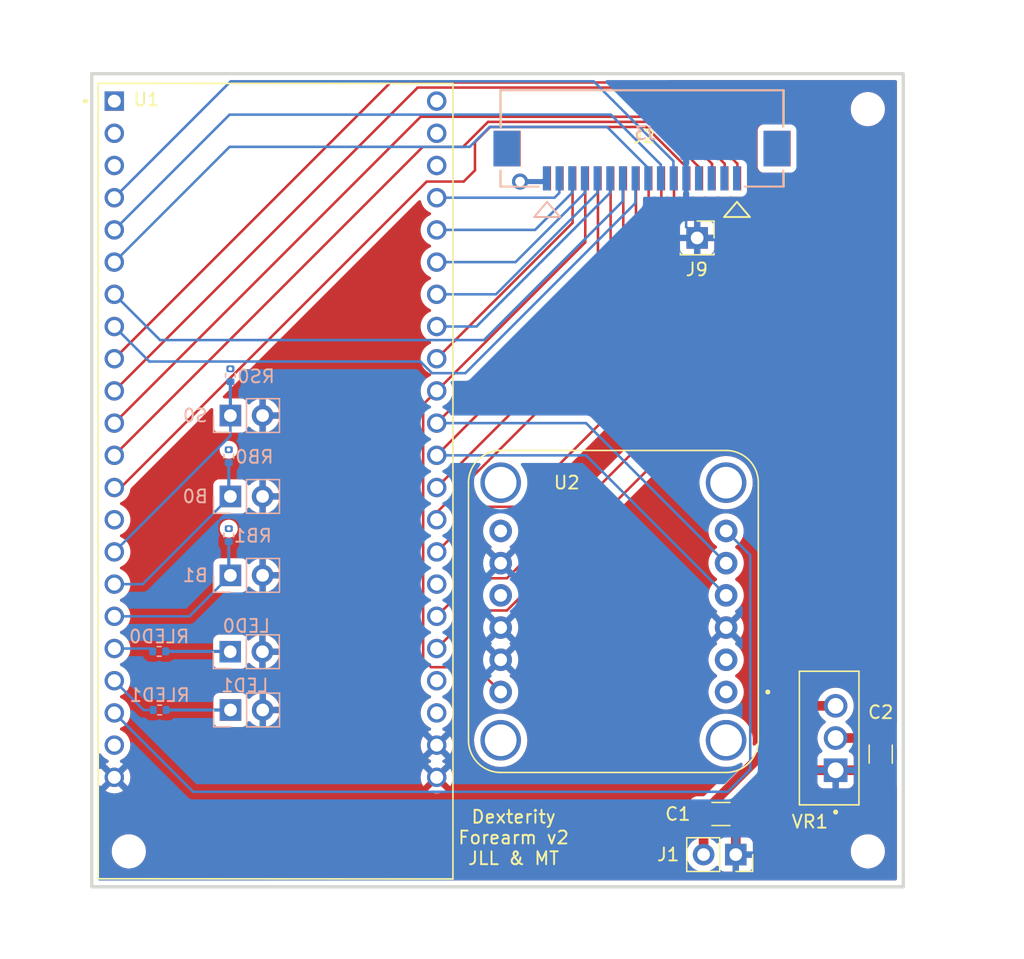
<source format=kicad_pcb>
(kicad_pcb (version 20240108) (generator "pcbnew") (generator_version "8.0")
  (layers (0 "F.Cu" signal) (1 "In1.Cu" power "3V3") (2 "In2.Cu" power "GND") (31 "B.Cu" signal) (34 "B.Paste" user) (35 "F.Paste" user) (36 "B.SilkS" user "B.Silkscreen") (37 "F.SilkS" user "F.Silkscreen") (38 "B.Mask" user) (39 "F.Mask" user) (44 "Edge.Cuts" user))
  (net 0 "")
  (net 1 "GND")
  (net 2 "8V4")
  (net 3 "3V3")
  (net 4 "FEEDBACK_D4")
  (net 5 "HAPTIC_SCL")
  (net 6 "IMU_SCL")
  (net 7 "HAPTIC_S2")
  (net 8 "FEEDBACK_D0")
  (net 9 "IMU_SDA")
  (net 10 "HAPTIC_S0")
  (net 11 "FEEDBACK_D1")
  (net 12 "FEEDBACK_D2")
  (net 13 "HAPTIC_SDA")
  (net 14 "HAPTIC_S1")
  (net 15 "FEEDBACK_D3")
  (net 16 "HALL_S1")
  (net 17 "HALL_S0")
  (net 18 "SPOOLPOT_ADC3")
  (net 19 "HALL_ADC")
  (net 20 "SPOOLPOT_ADC4")
  (net 21 "HALL_S3")
  (net 22 "SPOOLPOT_ADC1")
  (net 23 "HALL_S2")
  (net 24 "SPOOLPOT_ADC2")
  (net 25 "SPOOLPOT_ADC0")
  (net 26 "LED_0")
  (net 27 "SWITCH_0")
  (net 29 "IMU_1_INT")
  (net 30 "LED_1")
  (net 34 "BUTTON_1")
  (net 39 "BUTTON_0")
  (net 46 "Net-(LED0-Pin_1)")
  (net 47 "Net-(LED1-Pin_1)")
  (net 49 "IMU_RST")
  (net 51 "IMU_0_INT")
  (footprint "Capacitor_SMD:C_1206_3216Metric" (layer "F.Cu") (at 61.729601 76.1608)
    (property "Reference" "C1" (at -3.400001 0 0) (layer "F.SilkS") (effects (font (size 1.016 1.016) (thickness 0.1524))))
    (property "Value" "10u")
    (fp_line (start -0.711252 -0.91) (end 0.711252 -0.91) (stroke (width 0.12)) (layer "F.SilkS"))
    (fp_line (start -0.711252 0.91) (end 0.711252 0.91) (stroke (width 0.12)) (layer "F.SilkS"))
    (pad "1" smd roundrect (at -1.475 0) (size 1.15 1.8) (layers "F.Cu" "F.Paste" "F.Mask") (roundrect_rratio 0.217391) (net 2 "8V4"))
    (pad "2" smd roundrect (at 1.475 0) (size 1.15 1.8) (layers "F.Cu" "F.Paste" "F.Mask") (roundrect_rratio 0.217391) (net 1 "GND"))
  )
  (footprint "Connector_PinSocket_2.54mm:PinSocket_1x01_P2.54mm_Vertical" (layer "F.Cu") (at 59.8536 30.7198)
    (property "Reference" "J9" (at -0.0254 2.4892 0) (layer "F.SilkS") (effects (font (size 1.016 1.016) (thickness 0.1524))))
    (property "Value" "Conn_01x01")
    (fp_line (start -1.33 1.21) (end -1.33 1.33) (stroke (width 0.12)) (layer "F.SilkS"))
    (fp_line (start -1.33 1.33) (end 1.33 1.33) (stroke (width 0.12)) (layer "F.SilkS"))
    (fp_line (start 0 -1.33) (end 1.33 -1.33) (stroke (width 0.12)) (layer "F.SilkS"))
    (fp_line (start 1.33 -1.33) (end 1.33 0) (stroke (width 0.12)) (layer "F.SilkS"))
    (fp_line (start 1.33 1.21) (end 1.33 1.33) (stroke (width 0.12)) (layer "F.SilkS"))
    (pad "1" thru_hole rect (at 0 0) (size 1.7 1.7) (drill 1) (layers "*.Cu" "*.Mask") (net 1 "GND"))
  )
  (footprint "ESP32-S3-DEVKITC-1-N8R2:XCVR_ESP32-S3-DEVKITC-1-N8R2" (layer "F.Cu") (at 25.3096 49.8968)
    (property "Reference" "U1" (at -8.89 -30.099 0) (layer "F.SilkS") (effects (font (size 1.016 1.016) (thickness 0.1524))))
    (property "Value" "ESP32-S3-DEVKITC-1-N8R2")
    (fp_line (start -12.7 -31.37) (end 15.280746 -31.354598) (stroke (width 0.127)) (layer "F.SilkS"))
    (fp_line (start -12.7 31.37) (end -12.7 -31.37) (stroke (width 0.127)) (layer "F.SilkS"))
    (fp_line (start 15.280746 -31.354598) (end 15.280746 31.385402) (stroke (width 0.127)) (layer "F.SilkS"))
    (fp_line (start 15.280746 31.385402) (end -12.7 31.37) (stroke (width 0.127)) (layer "F.SilkS"))
    (fp_circle (center -13.716 -29.972) (end -13.616 -29.972) (stroke (width 0.2)) (fill none) (layer "F.SilkS"))
    (pad "J1_1" thru_hole rect (at -11.43 -29.97) (size 1.53 1.53) (drill 1.02) (layers "*.Cu" "*.Mask") (net 3 "3V3"))
    (pad "J1_2" thru_hole circle (at -11.43 -27.43) (size 1.53 1.53) (drill 1.02) (layers "*.Cu" "*.Mask") (net 3 "3V3"))
    (pad "J1_3" thru_hole circle (at -11.43 -24.89) (size 1.53 1.53) (drill 1.02) (layers "*.Cu" "*.Mask"))
    (pad "J1_4" thru_hole circle (at -11.43 -22.35) (size 1.53 1.53) (drill 1.02) (layers "*.Cu" "*.Mask") (net 20 "SPOOLPOT_ADC4"))
    (pad "J1_5" thru_hole circle (at -11.43 -19.81) (size 1.53 1.53) (drill 1.02) (layers "*.Cu" "*.Mask") (net 18 "SPOOLPOT_ADC3"))
    (pad "J1_6" thru_hole circle (at -11.43 -17.27) (size 1.53 1.53) (drill 1.02) (layers "*.Cu" "*.Mask") (net 24 "SPOOLPOT_ADC2"))
    (pad "J1_7" thru_hole circle (at -11.43 -14.73) (size 1.53 1.53) (drill 1.02) (layers "*.Cu" "*.Mask") (net 25 "SPOOLPOT_ADC0"))
    (pad "J1_8" thru_hole circle (at -11.43 -12.19) (size 1.53 1.53) (drill 1.02) (layers "*.Cu" "*.Mask") (net 22 "SPOOLPOT_ADC1"))
    (pad "J1_9" thru_hole circle (at -11.43 -9.65) (size 1.53 1.53) (drill 1.02) (layers "*.Cu" "*.Mask") (net 4 "FEEDBACK_D4"))
    (pad "J1_10" thru_hole circle (at -11.43 -7.11) (size 1.53 1.53) (drill 1.02) (layers "*.Cu" "*.Mask") (net 15 "FEEDBACK_D3"))
    (pad "J1_11" thru_hole circle (at -11.43 -4.57) (size 1.53 1.53) (drill 1.02) (layers "*.Cu" "*.Mask") (net 12 "FEEDBACK_D2"))
    (pad "J1_12" thru_hole circle (at -11.43 -2.03) (size 1.53 1.53) (drill 1.02) (layers "*.Cu" "*.Mask") (net 11 "FEEDBACK_D1"))
    (pad "J1_13" thru_hole circle (at -11.43 0.51) (size 1.53 1.53) (drill 1.02) (layers "*.Cu" "*.Mask") (net 8 "FEEDBACK_D0"))
    (pad "J1_14" thru_hole circle (at -11.43 3.05) (size 1.53 1.53) (drill 1.02) (layers "*.Cu" "*.Mask"))
    (pad "J1_15" thru_hole circle (at -11.43 5.59) (size 1.53 1.53) (drill 1.02) (layers "*.Cu" "*.Mask") (net 27 "SWITCH_0"))
    (pad "J1_16" thru_hole circle (at -11.43 8.13) (size 1.53 1.53) (drill 1.02) (layers "*.Cu" "*.Mask") (net 39 "BUTTON_0"))
    (pad "J1_17" thru_hole circle (at -11.43 10.67) (size 1.53 1.53) (drill 1.02) (layers "*.Cu" "*.Mask") (net 34 "BUTTON_1"))
    (pad "J1_18" thru_hole circle (at -11.43 13.21) (size 1.53 1.53) (drill 1.02) (layers "*.Cu" "*.Mask") (net 26 "LED_0"))
    (pad "J1_19" thru_hole circle (at -11.43 15.75) (size 1.53 1.53) (drill 1.02) (layers "*.Cu" "*.Mask") (net 30 "LED_1"))
    (pad "J1_20" thru_hole circle (at -11.43 18.29) (size 1.53 1.53) (drill 1.02) (layers "*.Cu" "*.Mask") (net 51 "IMU_0_INT"))
    (pad "J1_21" thru_hole circle (at -11.43 20.83) (size 1.53 1.53) (drill 1.02) (layers "*.Cu" "*.Mask"))
    (pad "J1_22" thru_hole circle (at -11.43 23.37) (size 1.53 1.53) (drill 1.02) (layers "*.Cu" "*.Mask") (net 1 "GND"))
    (pad "J3_1" thru_hole circle (at 14 -29.97) (size 1.53 1.53) (drill 1.02) (layers "*.Cu" "*.Mask") (net 1 "GND"))
    (pad "J3_2" thru_hole circle (at 14 -27.43) (size 1.53 1.53) (drill 1.02) (layers "*.Cu" "*.Mask"))
    (pad "J3_3" thru_hole circle (at 14 -24.89) (size 1.53 1.53) (drill 1.02) (layers "*.Cu" "*.Mask"))
    (pad "J3_4" thru_hole circle (at 14 -22.35) (size 1.53 1.53) (drill 1.02) (layers "*.Cu" "*.Mask") (net 19 "HALL_ADC"))
    (pad "J3_5" thru_hole circle (at 14 -19.81) (size 1.53 1.53) (drill 1.02) (layers "*.Cu" "*.Mask") (net 17 "HALL_S0"))
    (pad "J3_6" thru_hole circle (at 14 -17.27) (size 1.53 1.53) (drill 1.02) (layers "*.Cu" "*.Mask") (net 16 "HALL_S1"))
    (pad "J3_7" thru_hole circle (at 14 -14.73) (size 1.53 1.53) (drill 1.02) (layers "*.Cu" "*.Mask") (net 23 "HALL_S2"))
    (pad "J3_8" thru_hole circle (at 14 -12.19) (size 1.53 1.53) (drill 1.02) (layers "*.Cu" "*.Mask") (net 21 "HALL_S3"))
    (pad "J3_9" thru_hole circle (at 14 -9.65) (size 1.53 1.53) (drill 1.02) (layers "*.Cu" "*.Mask") (net 29 "IMU_1_INT"))
    (pad "J3_10" thru_hole circle (at 14 -7.11) (size 1.53 1.53) (drill 1.02) (layers "*.Cu" "*.Mask") (net 49 "IMU_RST"))
    (pad "J3_11" thru_hole circle (at 14 -4.57) (size 1.53 1.53) (drill 1.02) (layers "*.Cu" "*.Mask") (net 9 "IMU_SDA"))
    (pad "J3_12" thru_hole circle (at 14 -2.03) (size 1.53 1.53) (drill 1.02) (layers "*.Cu" "*.Mask") (net 6 "IMU_SCL"))
    (pad "J3_13" thru_hole circle (at 14 0.51) (size 1.53 1.53) (drill 1.02) (layers "*.Cu" "*.Mask") (net 5 "HAPTIC_SCL"))
    (pad "J3_14" thru_hole circle (at 14 3.05) (size 1.53 1.53) (drill 1.02) (layers "*.Cu" "*.Mask") (net 13 "HAPTIC_SDA"))
    (pad "J3_15" thru_hole circle (at 14 5.59) (size 1.53 1.53) (drill 1.02) (layers "*.Cu" "*.Mask") (net 7 "HAPTIC_S2"))
    (pad "J3_16" thru_hole circle (at 14 8.13) (size 1.53 1.53) (drill 1.02) (layers "*.Cu" "*.Mask"))
    (pad "J3_17" thru_hole circle (at 14 10.67) (size 1.53 1.53) (drill 1.02) (layers "*.Cu" "*.Mask") (net 14 "HAPTIC_S1"))
    (pad "J3_18" thru_hole circle (at 14 13.21) (size 1.53 1.53) (drill 1.02) (layers "*.Cu" "*.Mask") (net 10 "HAPTIC_S0"))
    (pad "J3_19" thru_hole circle (at 14 15.75) (size 1.53 1.53) (drill 1.02) (layers "*.Cu" "*.Mask"))
    (pad "J3_20" thru_hole circle (at 14 18.29) (size 1.53 1.53) (drill 1.02) (layers "*.Cu" "*.Mask"))
    (pad "J3_21" thru_hole circle (at 14 20.83) (size 1.53 1.53) (drill 1.02) (layers "*.Cu" "*.Mask") (net 1 "GND"))
    (pad "J3_22" thru_hole circle (at 14 23.37) (size 1.53 1.53) (drill 1.02) (layers "*.Cu" "*.Mask") (net 1 "GND"))
  )
  (footprint "LM1117T-3.3:LM1117T-3.3_NOPB" (layer "F.Cu") (at 70.7756 70.1678 90)
    (property "Reference" "VR1" (at -6.604 -2.032 0) (layer "F.SilkS") (effects (font (size 1.016 1.016) (thickness 0.1524))))
    (property "Value" "LM1117T-3.3_NOPB")
    (fp_line (start 5.27 -2.86) (end -5.27 -2.86) (stroke (width 0.127)) (layer "F.SilkS"))
    (fp_line (start -5.27 -2.86) (end -5.27 1.84) (stroke (width 0.127)) (layer "F.SilkS"))
    (fp_line (start 5.27 1.84) (end 5.27 -2.86) (stroke (width 0.127)) (layer "F.SilkS"))
    (fp_line (start -5.27 1.84) (end 5.27 1.84) (stroke (width 0.127)) (layer "F.SilkS"))
    (fp_circle (center -5.84 0) (end -5.74 0) (stroke (width 0.2)) (fill none) (layer "F.SilkS"))
    (pad "1" thru_hole rect (at -2.54 0 90) (size 1.86 1.86) (drill 1.24) (layers "*.Cu" "*.Mask") (net 1 "GND"))
    (pad "2" thru_hole circle (at 0 0 90) (size 1.86 1.86) (drill 1.24) (layers "*.Cu" "*.Mask") (net 3 "3V3"))
    (pad "3" thru_hole circle (at 2.54 0 90) (size 1.86 1.86) (drill 1.24) (layers "*.Cu" "*.Mask") (net 2 "8V4"))
  )
  (footprint "MountingHole:MountingHole_2.2mm_M2" (layer "F.Cu") (at 73.3156 79.1068)
    (property "Reference" "REF**" (hide yes))
    (property "Value" "MountingHole_2.2mm_M2")
    (pad "" np_thru_hole circle (at 0 0) (size 2.2 2.2) (drill 2.2) (layers "*.Cu" "*.Mask"))
  )
  (footprint "Connector_PinSocket_2.54mm:PinSocket_1x02_P2.54mm_Vertical" (layer "F.Cu") (at 62.9016 79.3608 -90)
    (property "Reference" "J1" (at 0 5.334 0) (layer "F.SilkS") (effects (font (size 1.016 1.016) (thickness 0.1524))))
    (property "Value" "Conn_01x02")
    (fp_line (start -1.33 3.87) (end 1.33 3.87) (stroke (width 0.12)) (layer "F.SilkS"))
    (fp_line (start -1.33 1.27) (end -1.33 3.87) (stroke (width 0.12)) (layer "F.SilkS"))
    (fp_line (start -1.33 1.27) (end 1.33 1.27) (stroke (width 0.12)) (layer "F.SilkS"))
    (fp_line (start 1.33 1.27) (end 1.33 3.87) (stroke (width 0.12)) (layer "F.SilkS"))
    (fp_line (start 0 -1.33) (end 1.33 -1.33) (stroke (width 0.12)) (layer "F.SilkS"))
    (fp_line (start 1.33 -1.33) (end 1.33 0) (stroke (width 0.12)) (layer "F.SilkS"))
    (pad "1" thru_hole rect (at 0 0 270) (size 1.7 1.7) (drill 1) (layers "*.Cu" "*.Mask") (net 1 "GND"))
    (pad "2" thru_hole oval (at 0 2.54 270) (size 1.7 1.7) (drill 1) (layers "*.Cu" "*.Mask") (net 2 "8V4"))
  )
  (footprint "BNO085:MODULE_4754" (layer "F.Cu") (at 53.24644 60.1838 90)
    (property "Reference" "U2" (at 10.16 -3.67984 0) (layer "F.SilkS") (effects (font (size 1.016 1.016) (thickness 0.1524))))
    (property "Value" "4754")
    (fp_line (start 10.16 -11.43) (end -10.16 -11.43) (stroke (width 0.127)) (layer "F.SilkS"))
    (fp_line (start -12.7 -8.89) (end -12.7 8.89) (stroke (width 0.127)) (layer "F.SilkS"))
    (fp_line (start 12.7 8.89) (end 12.7 -8.89) (stroke (width 0.127)) (layer "F.SilkS"))
    (fp_line (start -10.16 11.43) (end 10.16 11.43) (stroke (width 0.127)) (layer "F.SilkS"))
    (fp_arc (start 10.16 -11.43) (mid 11.956051 -10.686051) (end 12.7 -8.89) (stroke (width 0.127)) (layer "F.SilkS"))
    (fp_arc (start -12.7 -8.89) (mid -11.956051 -10.686051) (end -10.16 -11.43) (stroke (width 0.127)) (layer "F.SilkS"))
    (fp_arc (start 12.7 8.89) (mid 11.956051 10.686051) (end 10.16 11.43) (stroke (width 0.127)) (layer "F.SilkS"))
    (fp_arc (start -10.16 11.43) (mid -11.956051 10.686051) (end -12.7 8.89) (stroke (width 0.127)) (layer "F.SilkS"))
    (fp_circle (center -6.35 12.18) (end -6.25 12.18) (stroke (width 0.2)) (fill none) (layer "F.SilkS"))
    (pad "JP1_1" thru_hole circle (at -6.35 8.89 90) (size 1.778 1.778) (drill 1) (layers "*.Cu" "*.Mask") (net 3 "3V3"))
    (pad "JP1_2" thru_hole circle (at -3.81 8.89 90) (size 1.778 1.778) (drill 1) (layers "*.Cu" "*.Mask"))
    (pad "JP1_3" thru_hole circle (at -1.27 8.89 90) (size 1.778 1.778) (drill 1) (layers "*.Cu" "*.Mask") (net 1 "GND"))
    (pad "JP1_4" thru_hole circle (at 1.27 8.89 90) (size 1.778 1.778) (drill 1) (layers "*.Cu" "*.Mask") (net 6 "IMU_SCL"))
    (pad "JP1_5" thru_hole circle (at 3.81 8.89 90) (size 1.778 1.778) (drill 1) (layers "*.Cu" "*.Mask") (net 9 "IMU_SDA"))
    (pad "JP1_6" thru_hole circle (at 6.35 8.89 90) (size 1.778 1.778) (drill 1) (layers "*.Cu" "*.Mask") (net 51 "IMU_0_INT"))
    (pad "JP2_1" thru_hole circle (at -6.35 -8.89 90) (size 1.778 1.778) (drill 1) (layers "*.Cu" "*.Mask") (net 49 "IMU_RST"))
    (pad "JP2_2" thru_hole circle (at -3.81 -8.89 90) (size 1.778 1.778) (drill 1) (layers "*.Cu" "*.Mask") (net 1 "GND"))
    (pad "JP2_3" thru_hole circle (at -1.27 -8.89 90) (size 1.778 1.778) (drill 1) (layers "*.Cu" "*.Mask") (net 1 "GND"))
    (pad "JP2_4" thru_hole circle (at 1.27 -8.89 90) (size 1.778 1.778) (drill 1) (layers "*.Cu" "*.Mask"))
    (pad "JP2_5" thru_hole circle (at 3.81 -8.89 90) (size 1.778 1.778) (drill 1) (layers "*.Cu" "*.Mask") (net 1 "GND"))
    (pad "JP2_6" thru_hole circle (at 6.35 -8.89 90) (size 1.778 1.778) (drill 1) (layers "*.Cu" "*.Mask"))
    (pad "P1" thru_hole circle (at -10.16 -8.89 90) (size 3.2 3.2) (drill 2.5) (layers "*.Cu" "*.Mask"))
    (pad "P2" thru_hole circle (at 10.16 -8.89 90) (size 3.2 3.2) (drill 2.5) (layers "*.Cu" "*.Mask"))
    (pad "P3" thru_hole circle (at -10.16 8.89 90) (size 3.2 3.2) (drill 2.5) (layers "*.Cu" "*.Mask"))
    (pad "P4" thru_hole circle (at 10.16 8.89 90) (size 3.2 3.2) (drill 2.5) (layers "*.Cu" "*.Mask"))
  )
  (footprint "Capacitor_SMD:C_1206_3216Metric" (layer "F.Cu") (at 74.3316 71.4378 -90)
    (property "Reference" "C2" (at -3.302 0 0) (layer "F.SilkS") (effects (font (size 1.016 1.016) (thickness 0.1524))))
    (property "Value" "10u")
    (fp_line (start -0.711252 0.91) (end 0.711252 0.91) (stroke (width 0.12)) (layer "F.SilkS"))
    (fp_line (start -0.711252 -0.91) (end 0.711252 -0.91) (stroke (width 0.12)) (layer "F.SilkS"))
    (pad "1" smd roundrect (at -1.475 0 270) (size 1.15 1.8) (layers "F.Cu" "F.Paste" "F.Mask") (roundrect_rratio 0.217391) (net 3 "3V3"))
    (pad "2" smd roundrect (at 1.475 0 270) (size 1.15 1.8) (layers "F.Cu" "F.Paste" "F.Mask") (roundrect_rratio 0.217391) (net 1 "GND"))
  )
  (footprint "MountingHole:MountingHole_2.2mm_M2" (layer "F.Cu") (at 73.3156 20.5598)
    (property "Reference" "REF**" (hide yes))
    (property "Value" "MountingHole_2.2mm_M2")
    (pad "" np_thru_hole circle (at 0 0) (size 2.2 2.2) (drill 2.2) (layers "*.Cu" "*.Mask"))
  )
  (footprint "MountingHole:MountingHole_2.2mm_M2" (layer "F.Cu") (at 15.0226 79.1068)
    (property "Reference" "REF**" (hide yes))
    (property "Value" "MountingHole_2.2mm_M2")
    (pad "" np_thru_hole circle (at 0 0) (size 2.2 2.2) (drill 2.2) (layers "*.Cu" "*.Mask"))
  )
  (footprint "522071633:CON_522071633_MOL" (layer "F.Cu") (at 55.527614 22.870801 180)
    (property "Reference" "J2" (at -0.134986 0.152001 0) (layer "F.SilkS") (effects (font (size 1.016 1.016) (thickness 0.1524))))
    (property "Value" "Conn_01x16_Top")
    (fp_line (start 11.149978 3.8) (end 11.149978 0.917501) (stroke (width 0.1524)) (layer "F.SilkS"))
    (fp_line (start 11.149978 -2.517498) (end 11.149978 -3.8) (stroke (width 0.1524)) (layer "F.SilkS"))
    (fp_line (start 11.149978 -3.8) (end 8.117516 -3.8) (stroke (width 0.1524)) (layer "F.SilkS"))
    (fp_line (start -6.450978 -6.197999) (end -7.466978 -5.004199) (stroke (width 0.1524)) (layer "F.SilkS"))
    (fp_line (start -8.117485 -3.8) (end -11.149978 -3.8) (stroke (width 0.1524)) (layer "F.SilkS"))
    (fp_line (start -8.482978 -6.197999) (end -6.450978 -6.197999) (stroke (width 0.1524)) (layer "F.SilkS"))
    (fp_line (start -8.482978 -6.197999) (end -7.466978 -5.004199) (stroke (width 0.1524)) (layer "F.SilkS"))
    (fp_line (start -11.149978 3.8) (end 11.149978 3.8) (stroke (width 0.1524)) (layer "F.SilkS"))
    (fp_line (start -11.149978 0.917501) (end -11.149978 3.8) (stroke (width 0.1524)) (layer "F.SilkS"))
    (fp_line (start -11.149978 -3.8) (end -11.149978 -2.517498) (stroke (width 0.1524)) (layer "F.SilkS"))
    (pad "1" smd rect (at -7.499985 -3.149999 180) (size 0.6 1.9) (layers "F.Cu" "F.Paste" "F.Mask") (net 4 "FEEDBACK_D4"))
    (pad "2" smd rect (at -6.499984 -3.149999 180) (size 0.6 1.9) (layers "F.Cu" "F.Paste" "F.Mask") (net 15 "FEEDBACK_D3"))
    (pad "3" smd rect (at -5.499984 -3.149999 180) (size 0.6 1.9) (layers "F.Cu" "F.Paste" "F.Mask") (net 12 "FEEDBACK_D2"))
    (pad "4" smd rect (at -4.499986 -3.149999 180) (size 0.6 1.9) (layers "F.Cu" "F.Paste" "F.Mask") (net 11 "FEEDBACK_D1"))
    (pad "5" smd rect (at -3.499985 -3.149999 180) (size 0.6 1.9) (layers "F.Cu" "F.Paste" "F.Mask") (net 8 "FEEDBACK_D0"))
    (pad "6" smd rect (at -2.499985 -3.149999 180) (size 0.6 1.9) (layers "F.Cu" "F.Paste" "F.Mask") (net 10 "HAPTIC_S0"))
    (pad "7" smd rect (at -1.499984 -3.149999 180) (size 0.6 1.9) (layers "F.Cu" "F.Paste" "F.Mask") (net 14 "HAPTIC_S1"))
    (pad "8" smd rect (at -0.499984 -3.149999 180) (size 0.6 1.9) (layers "F.Cu" "F.Paste" "F.Mask") (net 7 "HAPTIC_S2"))
    (pad "9" smd rect (at 0.500014 -3.149999 180) (size 0.6 1.9) (layers "F.Cu" "F.Paste" "F.Mask") (net 13 "HAPTIC_SDA"))
    (pad "10" smd rect (at 1.500015 -3.149999 180) (size 0.6 1.9) (layers "F.Cu" "F.Paste" "F.Mask") (net 5 "HAPTIC_SCL"))
    (pad "11" smd rect (at 2.500015 -3.149999 180) (size 0.6 1.9) (layers "F.Cu" "F.Paste" "F.Mask") (net 6 "IMU_SCL"))
    (pad "12" smd rect (at 3.500016 -3.149999 180) (size 0.6 1.9) (layers "F.Cu" "F.Paste" "F.Mask") (net 9 "IMU_SDA"))
    (pad "13" smd rect (at 4.500016 -3.149999 180) (size 0.6 1.9) (layers "F.Cu" "F.Paste" "F.Mask") (net 49 "IMU_RST"))
    (pad "14" smd rect (at 5.500014 -3.149999 180) (size 0.6 1.9) (layers "F.Cu" "F.Paste" "F.Mask") (net 29 "IMU_1_INT"))
    (pad "15" smd rect (at 6.500015 -3.149999 180) (size 0.6 1.9) (layers "F.Cu" "F.Paste" "F.Mask"))
    (pad "16" smd rect (at 7.500015 -3.149999 180) (size 0.6 1.9) (layers "F.Cu" "F.Paste" "F.Mask"))
    (pad "P1" smd rect (at -10.649985 -0.799998 180) (size 2.1 2.799999) (layers "F.Cu" "F.Paste" "F.Mask"))
    (pad "P2" smd rect (at 10.649985 -0.799998 180) (size 2.1 2.799999) (layers "F.Cu" "F.Paste" "F.Mask"))
  )
  (footprint "Resistor_SMD:R_0402_1005Metric" (layer "B.Cu") (at 23.035398 41.552721 90)
    (property "Reference" "RS0" (at -0.089079 2.020202 0) (layer "B.SilkS") (effects (font (size 1.016 1.016) (thickness 0.1524)) (justify mirror)))
    (property "Value" "R")
    (fp_line (start 0.153641 -0.38) (end -0.153641 -0.38) (stroke (width 0.12)) (layer "B.SilkS"))
    (fp_line (start 0.153641 0.38) (end -0.153641 0.38) (stroke (width 0.12)) (layer "B.SilkS"))
    (pad "1" smd roundrect (at -0.51 0 90) (size 0.54 0.64) (layers "B.Cu" "B.Paste" "B.Mask") (net 27 "SWITCH_0"))
    (pad "2" smd roundrect (at 0.51 0 90) (size 0.54 0.64) (layers "B.Cu" "B.Paste" "B.Mask") (net 3 "3V3"))
  )
  (footprint "Connector_PinSocket_2.54mm:PinSocket_1x02_P2.54mm_Vertical" (layer "B.Cu") (at 23.035398 51.11065 -90)
    (property "Reference" "B0" (at 0 2.77 0) (layer "B.SilkS") (effects (font (size 1.016 1.016) (thickness 0.1524)) (justify mirror)))
    (property "Value" "Conn_01x02")
    (fp_line (start 1.33 1.33) (end 0 1.33) (stroke (width 0.12)) (layer "B.SilkS"))
    (fp_line (start 1.33 0) (end 1.33 1.33) (stroke (width 0.12)) (layer "B.SilkS"))
    (fp_line (start 1.33 -1.27) (end -1.33 -1.27) (stroke (width 0.12)) (layer "B.SilkS"))
    (fp_line (start -1.33 -3.87) (end -1.33 -1.27) (stroke (width 0.12)) (layer "B.SilkS"))
    (fp_line (start 1.33 -3.87) (end 1.33 -1.27) (stroke (width 0.12)) (layer "B.SilkS"))
    (fp_line (start 1.33 -3.87) (end -1.33 -3.87) (stroke (width 0.12)) (layer "B.SilkS"))
    (pad "1" thru_hole rect (at 0 0 270) (size 1.7 1.7) (drill 1) (layers "*.Cu" "*.Mask") (net 39 "BUTTON_0"))
    (pad "2" thru_hole oval (at 0 -2.54 270) (size 1.7 1.7) (drill 1) (layers "*.Cu" "*.Mask") (net 1 "GND"))
  )
  (footprint "Resistor_SMD:R_0402_1005Metric" (layer "B.Cu") (at 17.4176 63.3338 180)
    (property "Reference" "RLED0" (at 0 1.17 0) (layer "B.SilkS") (effects (font (size 1.016 1.016) (thickness 0.1524)) (justify mirror)))
    (property "Value" "R")
    (fp_line (start 0.153641 0.38) (end -0.153641 0.38) (stroke (width 0.12)) (layer "B.SilkS"))
    (fp_line (start 0.153641 -0.38) (end -0.153641 -0.38) (stroke (width 0.12)) (layer "B.SilkS"))
    (pad "1" smd roundrect (at -0.51 0 180) (size 0.54 0.64) (layers "B.Cu" "B.Paste" "B.Mask") (net 46 "Net-(LED0-Pin_1)"))
    (pad "2" smd roundrect (at 0.51 0 180) (size 0.54 0.64) (layers "B.Cu" "B.Paste" "B.Mask") (net 26 "LED_0"))
  )
  (footprint "Connector_PinSocket_2.54mm:PinSocket_1x02_P2.54mm_Vertical" (layer "B.Cu") (at 23.0436 67.9558 -90)
    (property "Reference" "LED1" (at -1.93 -1.123 0) (layer "B.SilkS") (effects (font (size 1.016 1.016) (thickness 0.1524)) (justify mirror)))
    (property "Value" "Conn_01x02")
    (fp_line (start 1.33 1.33) (end 0 1.33) (stroke (width 0.12)) (layer "B.SilkS"))
    (fp_line (start 1.33 0) (end 1.33 1.33) (stroke (width 0.12)) (layer "B.SilkS"))
    (fp_line (start 1.33 -1.27) (end -1.33 -1.27) (stroke (width 0.12)) (layer "B.SilkS"))
    (fp_line (start -1.33 -3.87) (end -1.33 -1.27) (stroke (width 0.12)) (layer "B.SilkS"))
    (fp_line (start 1.33 -3.87) (end 1.33 -1.27) (stroke (width 0.12)) (layer "B.SilkS"))
    (fp_line (start 1.33 -3.87) (end -1.33 -3.87) (stroke (width 0.12)) (layer "B.SilkS"))
    (pad "1" thru_hole rect (at 0 0 270) (size 1.7 1.7) (drill 1) (layers "*.Cu" "*.Mask") (net 47 "Net-(LED1-Pin_1)"))
    (pad "2" thru_hole oval (at 0 -2.54 270) (size 1.7 1.7) (drill 1) (layers "*.Cu" "*.Mask") (net 1 "GND"))
  )
  (footprint "522071633:CON_522071633_MOL" (layer "B.Cu") (at 55.481584 22.870801)
    (property "Reference" "J3" (at 0.293985 -0.406001 0) (layer "B.SilkS") (effects (font (size 1.016 1.016) (thickness 0.1524)) (justify mirror)))
    (property "Value" "Conn_01x16_Bottom")
    (fp_line (start -11.149978 -3.8) (end -11.149978 -0.917501) (stroke (width 0.1524)) (layer "B.SilkS"))
    (fp_line (start -11.149978 2.517498) (end -11.149978 3.8) (stroke (width 0.1524)) (layer "B.SilkS"))
    (fp_line (start -11.149978 3.8) (end -8.117485 3.8) (stroke (width 0.1524)) (layer "B.SilkS"))
    (fp_line (start -7.466978 5.004199) (end -8.482978 6.197999) (stroke (width 0.1524)) (layer "B.SilkS"))
    (fp_line (start -7.466978 5.004199) (end -6.450978 6.197999) (stroke (width 0.1524)) (layer "B.SilkS"))
    (fp_line (start -6.450978 6.197999) (end -8.482978 6.197999) (stroke (width 0.1524)) (layer "B.SilkS"))
    (fp_line (start 8.117516 3.8) (end 11.149978 3.8) (stroke (width 0.1524)) (layer "B.SilkS"))
    (fp_line (start 11.149978 -3.8) (end -11.149978 -3.8) (stroke (width 0.1524)) (layer "B.SilkS"))
    (fp_line (start 11.149978 -0.917501) (end 11.149978 -3.8) (stroke (width 0.1524)) (layer "B.SilkS"))
    (fp_line (start 11.149978 3.8) (end 11.149978 2.517498) (stroke (width 0.1524)) (layer "B.SilkS"))
    (pad "1" smd rect (at -7.499985 3.149999) (size 0.6 1.9) (layers "B.Cu" "B.Paste" "B.Mask") (net 3 "3V3"))
    (pad "2" smd rect (at -6.499984 3.149999) (size 0.6 1.9) (layers "B.Cu" "B.Paste" "B.Mask") (net 19 "HALL_ADC"))
    (pad "3" smd rect (at -5.499984 3.149999) (size 0.6 1.9) (layers "B.Cu" "B.Paste" "B.Mask") (net 17 "HALL_S0"))
    (pad "4" smd rect (at -4.499986 3.149999) (size 0.6 1.9) (layers "B.Cu" "B.Paste" "B.Mask") (net 16 "HALL_S1"))
    (pad "5" smd rect (at -3.499985 3.149999) (size 0.6 1.9) (layers "B.Cu" "B.Paste" "B.Mask") (net 23 "HALL_S2"))
    (pad "6" smd rect (at -2.499985 3.149999) (size 0.6 1.9) (layers "B.Cu" "B.Paste" "B.Mask") (net 21 "HALL_S3"))
    (pad "7" smd rect (at -1.499984 3.149999) (size 0.6 1.9) (layers "B.Cu" "B.Paste" "B.Mask") (net 25 "SPOOLPOT_ADC0"))
    (pad "8" smd rect (at -0.499984 3.149999) (size 0.6 1.9) (layers "B.Cu" "B.Paste" "B.Mask") (net 22 "SPOOLPOT_ADC1"))
    (pad "9" smd rect (at 0.500014 3.149999) (size 0.6 1.9) (layers "B.Cu" "B.Paste" "B.Mask") (net 24 "SPOOLPOT_ADC2"))
    (pad "10" smd rect (at 1.500015 3.149999) (size 0.6 1.9) (layers "B.Cu" "B.Paste" "B.Mask") (net 18 "SPOOLPOT_ADC3"))
    (pad "11" smd rect (at 2.500015 3.149999) (size 0.6 1.9) (layers "B.Cu" "B.Paste" "B.Mask") (net 20 "SPOOLPOT_ADC4"))
    (pad "12" smd rect (at 3.500016 3.149999) (size 0.6 1.9) (layers "B.Cu" "B.Paste" "B.Mask") (net 1 "GND"))
    (pad "13" smd rect (at 4.500016 3.149999) (size 0.6 1.9) (layers "B.Cu" "B.Paste" "B.Mask"))
    (pad "14" smd rect (at 5.500014 3.149999) (size 0.6 1.9) (layers "B.Cu" "B.Paste" "B.Mask"))
    (pad "15" smd rect (at 6.500015 3.149999) (size 0.6 1.9) (layers "B.Cu" "B.Paste" "B.Mask"))
    (pad "16" smd rect (at 7.500015 3.149999) (size 0.6 1.9) (layers "B.Cu" "B.Paste" "B.Mask"))
    (pad "P1" smd rect (at -10.649985 0.799998) (size 2.1 2.799999) (layers "B.Cu" "B.Paste" "B.Mask"))
    (pad "P2" smd rect (at 10.649985 0.799998) (size 2.1 2.799999) (layers "B.Cu" "B.Paste" "B.Mask"))
  )
  (footprint "Resistor_SMD:R_0402_1005Metric" (layer "B.Cu") (at 22.908398 47.93565 90)
    (property "Reference" "RB0" (at -0.05615 2.020202 0) (layer "B.SilkS") (effects (font (size 1.016 1.016) (thickness 0.1524)) (justify mirror)))
    (property "Value" "R")
    (fp_line (start 0.153641 -0.38) (end -0.153641 -0.38) (stroke (width 0.12)) (layer "B.SilkS"))
    (fp_line (start 0.153641 0.38) (end -0.153641 0.38) (stroke (width 0.12)) (layer "B.SilkS"))
    (pad "1" smd roundrect (at -0.51 0 90) (size 0.54 0.64) (layers "B.Cu" "B.Paste" "B.Mask") (net 39 "BUTTON_0"))
    (pad "2" smd roundrect (at 0.51 0 90) (size 0.54 0.64) (layers "B.Cu" "B.Paste" "B.Mask") (net 3 "3V3"))
  )
  (footprint "Connector_PinSocket_2.54mm:PinSocket_1x02_P2.54mm_Vertical" (layer "B.Cu") (at 23.0236 63.3588 -90)
    (property "Reference" "LED0" (at -2.032 -1.27 0) (layer "B.SilkS") (effects (font (size 1.016 1.016) (thickness 0.1524)) (justify mirror)))
    (property "Value" "Conn_01x02")
    (fp_line (start 1.33 1.33) (end 0 1.33) (stroke (width 0.12)) (layer "B.SilkS"))
    (fp_line (start 1.33 0) (end 1.33 1.33) (stroke (width 0.12)) (layer "B.SilkS"))
    (fp_line (start 1.33 -1.27) (end -1.33 -1.27) (stroke (width 0.12)) (layer "B.SilkS"))
    (fp_line (start -1.33 -3.87) (end -1.33 -1.27) (stroke (width 0.12)) (layer "B.SilkS"))
    (fp_line (start 1.33 -3.87) (end 1.33 -1.27) (stroke (width 0.12)) (layer "B.SilkS"))
    (fp_line (start 1.33 -3.87) (end -1.33 -3.87) (stroke (width 0.12)) (layer "B.SilkS"))
    (pad "1" thru_hole rect (at 0 0 270) (size 1.7 1.7) (drill 1) (layers "*.Cu" "*.Mask") (net 46 "Net-(LED0-Pin_1)"))
    (pad "2" thru_hole oval (at 0 -2.54 270) (size 1.7 1.7) (drill 1) (layers "*.Cu" "*.Mask") (net 1 "GND"))
  )
  (footprint "Resistor_SMD:R_0402_1005Metric" (layer "B.Cu") (at 17.4576 67.9558 180)
    (property "Reference" "RLED1" (at 0 1.17 0) (layer "B.SilkS") (effects (font (size 1.016 1.016) (thickness 0.1524)) (justify mirror)))
    (property "Value" "R")
    (fp_line (start 0.153641 0.38) (end -0.153641 0.38) (stroke (width 0.12)) (layer "B.SilkS"))
    (fp_line (start 0.153641 -0.38) (end -0.153641 -0.38) (stroke (width 0.12)) (layer "B.SilkS"))
    (pad "1" smd roundrect (at -0.51 0 180) (size 0.54 0.64) (layers "B.Cu" "B.Paste" "B.Mask") (net 47 "Net-(LED1-Pin_1)"))
    (pad "2" smd roundrect (at 0.51 0 180) (size 0.54 0.64) (layers "B.Cu" "B.Paste" "B.Mask") (net 30 "LED_1"))
  )
  (footprint "Connector_PinSocket_2.54mm:PinSocket_1x02_P2.54mm_Vertical" (layer "B.Cu") (at 23.035398 44.729721 -90)
    (property "Reference" "S0" (at 0 2.77 0) (layer "B.SilkS") (effects (font (size 1.016 1.016) (thickness 0.1524)) (justify mirror)))
    (property "Value" "Conn_01x02")
    (fp_line (start 1.33 1.33) (end 0 1.33) (stroke (width 0.12)) (layer "B.SilkS"))
    (fp_line (start 1.33 0) (end 1.33 1.33) (stroke (width 0.12)) (layer "B.SilkS"))
    (fp_line (start 1.33 -1.27) (end -1.33 -1.27) (stroke (width 0.12)) (layer "B.SilkS"))
    (fp_line (start -1.33 -3.87) (end -1.33 -1.27) (stroke (width 0.12)) (layer "B.SilkS"))
    (fp_line (start 1.33 -3.87) (end 1.33 -1.27) (stroke (width 0.12)) (layer "B.SilkS"))
    (fp_line (start 1.33 -3.87) (end -1.33 -3.87) (stroke (width 0.12)) (layer "B.SilkS"))
    (pad "1" thru_hole rect (at 0 0 270) (size 1.7 1.7) (drill 1) (layers "*.Cu" "*.Mask") (net 27 "SWITCH_0"))
    (pad "2" thru_hole oval (at 0 -2.54 270) (size 1.7 1.7) (drill 1) (layers "*.Cu" "*.Mask") (net 1 "GND"))
  )
  (footprint "Resistor_SMD:R_0402_1005Metric" (layer "B.Cu") (at 22.908398 54.161671 90)
    (property "Reference" "RB1" (at -0.053129 1.893202 0) (layer "B.SilkS") (effects (font (size 1.016 1.016) (thickness 0.1524)) (justify mirror)))
    (property "Value" "R")
    (fp_line (start 0.153641 -0.38) (end -0.153641 -0.38) (stroke (width 0.12)) (layer "B.SilkS"))
    (fp_line (start 0.153641 0.38) (end -0.153641 0.38) (stroke (width 0.12)) (layer "B.SilkS"))
    (pad "1" smd roundrect (at -0.51 0 90) (size 0.54 0.64) (layers "B.Cu" "B.Paste" "B.Mask") (net 34 "BUTTON_1"))
    (pad "2" smd roundrect (at 0.51 0 90) (size 0.54 0.64) (layers "B.Cu" "B.Paste" "B.Mask") (net 3 "3V3"))
  )
  (footprint "Connector_PinSocket_2.54mm:PinSocket_1x02_P2.54mm_Vertical" (layer "B.Cu") (at 23.035398 57.334671 -90)
    (property "Reference" "B1" (at 0 2.77 0) (layer "B.SilkS") (effects (font (size 1.016 1.016) (thickness 0.1524)) (justify mirror)))
    (property "Value" "Conn_01x02")
    (fp_line (start 1.33 1.33) (end 0 1.33) (stroke (width 0.12)) (layer "B.SilkS"))
    (fp_line (start 1.33 0) (end 1.33 1.33) (stroke (width 0.12)) (layer "B.SilkS"))
    (fp_line (start 1.33 -1.27) (end -1.33 -1.27) (stroke (width 0.12)) (layer "B.SilkS"))
    (fp_line (start -1.33 -3.87) (end -1.33 -1.27) (stroke (width 0.12)) (layer "B.SilkS"))
    (fp_line (start 1.33 -3.87) (end 1.33 -1.27) (stroke (width 0.12)) (layer "B.SilkS"))
    (fp_line (start 1.33 -3.87) (end -1.33 -3.87) (stroke (width 0.12)) (layer "B.SilkS"))
    (pad "1" thru_hole rect (at 0 0 270) (size 1.7 1.7) (drill 1) (layers "*.Cu" "*.Mask") (net 34 "BUTTON_1"))
    (pad "2" thru_hole oval (at 0 -2.54 270) (size 1.7 1.7) (drill 1) (layers "*.Cu" "*.Mask") (net 1 "GND"))
  )
  (gr_rect (start 12.1016 17.7658) (end 76.1096 81.9008) (stroke (width 0.254)) (fill none) (layer "Edge.Cuts"))
  (gr_text "Dexterity\nForearm v2\nJLL & MT" (at 45.3756 80.2498 0) (layer "F.SilkS") (effects (font (size 1.016 1.016) (thickness 0.1524)) (justify bottom)))
  (segment (start 70.7756 72.7078) (end 74.1266 72.7078) (width 0.762) (layer "F.Cu") (net 1))
  (segment (start 63.204601 76.1608) (end 66.657601 72.7078) (width 0.762) (layer "F.Cu") (net 1))
  (segment (start 74.1266 72.7078) (end 74.3316 72.9128) (width 0.762) (layer "F.Cu") (net 1))
  (segment (start 66.657601 72.7078) (end 70.7756 72.7078) (width 0.762) (layer "F.Cu") (net 1))
  (segment (start 62.9016 79.3608) (end 62.9016 76.463801) (width 0.762) (layer "F.Cu") (net 1))
  (segment (start 62.9016 76.463801) (end 63.204601 76.1608) (width 0.762) (layer "F.Cu") (net 1))
  (segment (start 58.9816 29.8478) (end 58.9816 26.0208) (width 0.2) (layer "B.Cu") (net 1))
  (segment (start 59.8536 30.7198) (end 58.9816 29.8478) (width 0.2) (layer "B.Cu") (net 1))
  (segment (start 68.787601 67.6278) (end 70.7756 67.6278) (width 0.762) (layer "F.Cu") (net 2))
  (segment (start 60.3616 79.3608) (end 60.3616 76.267799) (width 0.762) (layer "F.Cu") (net 2))
  (segment (start 60.3616 76.267799) (end 60.254601 76.1608) (width 0.762) (layer "F.Cu") (net 2))
  (segment (start 60.254601 76.1608) (end 68.787601 67.6278) (width 0.762) (layer "F.Cu") (net 2))
  (segment (start 74.1266 70.1678) (end 74.3316 69.9628) (width 0.762) (layer "F.Cu") (net 3))
  (segment (start 70.7756 70.1678) (end 74.1266 70.1678) (width 0.762) (layer "F.Cu") (net 3))
  (via (at 22.908398 53.651671) (size 0.4064) (drill 0.3048) (layers "F.Cu" "B.Cu") (net 3))
  (via (at 22.897598 47.42725) (size 0.4064) (drill 0.3048) (layers "F.Cu" "B.Cu") (net 3))
  (via (at 23.029998 41.046321) (size 0.4064) (drill 0.3048) (layers "F.Cu" "B.Cu") (net 3))
  (via (at 45.8836 26.2748) (size 1.27) (drill 0.762) (layers "F.Cu" "B.Cu") (net 3))
  (segment (start 45.8836 26.2748) (end 47.727599 26.2748) (width 0.4) (layer "B.Cu") (net 3))
  (segment (start 47.727599 26.2748) (end 47.981599 26.0208) (width 0.4) (layer "B.Cu") (net 3))
  (segment (start 13.8796 40.2468) (end 35.671 18.4554) (width 0.2) (layer "F.Cu") (net 4))
  (segment (start 35.671 18.4554) (end 56.612199 18.4554) (width 0.2) (layer "F.Cu") (net 4))
  (segment (start 56.612199 18.4554) (end 63.027599 24.8708) (width 0.2) (layer "F.Cu") (net 4))
  (segment (start 63.027599 24.8708) (end 63.027599 26.0208) (width 0.2) (layer "F.Cu") (net 4))
  (segment (start 39.3096 50.4068) (end 54.027599 35.688801) (width 0.2) (layer "F.Cu") (net 5))
  (segment (start 54.027599 35.688801) (end 54.027599 26.0208) (width 0.2) (layer "F.Cu") (net 5))
  (segment (start 53.027599 34.148801) (end 53.027599 26.0208) (width 0.2) (layer "F.Cu") (net 6))
  (segment (start 39.3096 47.8668) (end 53.027599 34.148801) (width 0.2) (layer "F.Cu") (net 6))
  (segment (start 51.08944 47.8668) (end 62.13644 58.9138) (width 0.2) (layer "B.Cu") (net 6))
  (segment (start 39.3096 47.8668) (end 51.08944 47.8668) (width 0.2) (layer "B.Cu") (net 6))
  (segment (start 42.8694 51.927) (end 45.6314 51.927) (width 0.2) (layer "F.Cu") (net 7))
  (segment (start 45.6314 51.927) (end 56.027598 41.530802) (width 0.2) (layer "F.Cu") (net 7))
  (segment (start 39.3096 55.4868) (end 42.8694 51.927) (width 0.2) (layer "F.Cu") (net 7))
  (segment (start 56.027598 41.530802) (end 56.027598 26.0208) (width 0.2) (layer "F.Cu") (net 7))
  (segment (start 43.524429 21.9676) (end 55.830799 21.9676) (width 0.2) (layer "F.Cu") (net 8))
  (segment (start 41.4386 26.2748) (end 42.3276 25.3858) (width 0.2) (layer "F.Cu") (net 8))
  (segment (start 42.3276 23.164429) (end 43.524429 21.9676) (width 0.2) (layer "F.Cu") (net 8))
  (segment (start 42.3276 25.3858) (end 42.3276 23.164429) (width 0.2) (layer "F.Cu") (net 8))
  (segment (start 38.517677 26.2748) (end 41.4386 26.2748) (width 0.2) (layer "F.Cu") (net 8))
  (segment (start 14.385677 50.4068) (end 38.517677 26.2748) (width 0.2) (layer "F.Cu") (net 8))
  (segment (start 55.830799 21.9676) (end 59.027599 25.1644) (width 0.2) (layer "F.Cu") (net 8))
  (segment (start 13.8796 50.4068) (end 14.385677 50.4068) (width 0.2) (layer "F.Cu") (net 8))
  (segment (start 59.027599 25.1644) (end 59.027599 26.0208) (width 0.2) (layer "F.Cu") (net 8))
  (segment (start 52.027598 32.608802) (end 52.027598 26.0208) (width 0.2) (layer "F.Cu") (net 9))
  (segment (start 39.3096 45.3268) (end 52.027598 32.608802) (width 0.2) (layer "F.Cu") (net 9))
  (segment (start 51.08944 45.3268) (end 62.13644 56.3738) (width 0.2) (layer "B.Cu") (net 9))
  (segment (start 39.3096 45.3268) (end 51.08944 45.3268) (width 0.2) (layer "B.Cu") (net 9))
  (segment (start 39.3096 63.1068) (end 42.3104 60.106) (width 0.2) (layer "F.Cu") (net 10))
  (segment (start 58.027599 46.928667) (end 58.027599 26.0208) (width 0.2) (layer "F.Cu") (net 10))
  (segment (start 44.850266 60.106) (end 58.027599 46.928667) (width 0.2) (layer "F.Cu") (net 10))
  (segment (start 42.3104 60.106) (end 44.850266 60.106) (width 0.2) (layer "F.Cu") (net 10))
  (segment (start 56.427599 21.5644) (end 60.0276 25.164401) (width 0.2) (layer "F.Cu") (net 11))
  (segment (start 41.386819 23.535) (end 43.357418 21.5644) (width 0.2) (layer "F.Cu") (net 11))
  (segment (start 60.0276 25.164401) (end 60.0276 26.0208) (width 0.2) (layer "F.Cu") (net 11))
  (segment (start 13.8796 47.8668) (end 38.2114 23.535) (width 0.2) (layer "F.Cu") (net 11))
  (segment (start 38.2114 23.535) (end 41.386819 23.535) (width 0.2) (layer "F.Cu") (net 11))
  (segment (start 43.357418 21.5644) (end 56.427599 21.5644) (width 0.2) (layer "F.Cu") (net 11))
  (segment (start 13.8796 45.3268) (end 38.0452 21.1612) (width 0.2) (layer "F.Cu") (net 12))
  (segment (start 57.317998 21.1612) (end 61.027598 24.8708) (width 0.2) (layer "F.Cu") (net 12))
  (segment (start 38.0452 21.1612) (end 57.317998 21.1612) (width 0.2) (layer "F.Cu") (net 12))
  (segment (start 61.027598 24.8708) (end 61.027598 26.0208) (width 0.2) (layer "F.Cu") (net 12))
  (segment (start 55.0276 36.661108) (end 55.0276 26.0208) (width 0.2) (layer "F.Cu") (net 13))
  (segment (start 39.3096 52.9468) (end 39.3096 52.379108) (width 0.2) (layer "F.Cu") (net 13))
  (segment (start 39.3096 52.379108) (end 55.0276 36.661108) (width 0.2) (layer "F.Cu") (net 13))
  (segment (start 39.3096 60.5668) (end 42.3104 57.566) (width 0.2) (layer "F.Cu") (net 14))
  (segment (start 42.3104 57.566) (end 44.850266 57.566) (width 0.2) (layer "F.Cu") (net 14))
  (segment (start 57.027598 45.388668) (end 57.027598 26.0208) (width 0.2) (layer "F.Cu") (net 14))
  (segment (start 44.850266 57.566) (end 57.027598 45.388668) (width 0.2) (layer "F.Cu") (net 14))
  (segment (start 62.027598 24.8708) (end 62.027598 26.0208) (width 0.2) (layer "F.Cu") (net 15))
  (segment (start 13.8796 42.7868) (end 37.8078 18.8586) (width 0.2) (layer "F.Cu") (net 15))
  (segment (start 37.8078 18.8586) (end 56.015398 18.8586) (width 0.2) (layer "F.Cu") (net 15))
  (segment (start 56.015398 18.8586) (end 62.027598 24.8708) (width 0.2) (layer "F.Cu") (net 15))
  (segment (start 50.981598 27.1708) (end 50.981598 26.0208) (width 0.2) (layer "B.Cu") (net 16))
  (segment (start 39.3096 32.6268) (end 45.525598 32.6268) (width 0.2) (layer "B.Cu") (net 16))
  (segment (start 45.525598 32.6268) (end 50.981598 27.1708) (width 0.2) (layer "B.Cu") (net 16))
  (segment (start 47.0656 30.0868) (end 49.9816 27.1708) (width 0.2) (layer "B.Cu") (net 17))
  (segment (start 39.3096 30.0868) (end 47.0656 30.0868) (width 0.2) (layer "B.Cu") (net 17))
  (segment (start 49.9816 27.1708) (end 49.9816 26.0208) (width 0.2) (layer "B.Cu") (net 17))
  (segment (start 53.0498 20.995) (end 22.9714 20.995) (width 0.2) (layer "B.Cu") (net 18))
  (segment (start 56.981599 24.926799) (end 53.0498 20.995) (width 0.2) (layer "B.Cu") (net 18))
  (segment (start 22.9714 20.995) (end 13.8796 30.0868) (width 0.2) (layer "B.Cu") (net 18))
  (segment (start 56.981599 26.0208) (end 56.981599 24.926799) (width 0.2) (layer "B.Cu") (net 18))
  (segment (start 48.6056 27.5468) (end 48.9816 27.1708) (width 0.2) (layer "B.Cu") (net 19))
  (segment (start 48.9816 27.1708) (end 48.9816 26.0208) (width 0.2) (layer "B.Cu") (net 19))
  (segment (start 39.3096 27.5468) (end 48.6056 27.5468) (width 0.2) (layer "B.Cu") (net 19))
  (segment (start 57.981599 24.656799) (end 57.981599 26.0208) (width 0.2) (layer "B.Cu") (net 20))
  (segment (start 23.0606 18.3658) (end 51.6906 18.3658) (width 0.2) (layer "B.Cu") (net 20))
  (segment (start 13.8796 27.5468) (end 23.0606 18.3658) (width 0.2) (layer "B.Cu") (net 20))
  (segment (start 51.6906 18.3658) (end 57.981599 24.656799) (width 0.2) (layer "B.Cu") (net 20))
  (segment (start 42.445599 37.7068) (end 52.981599 27.1708) (width 0.2) (layer "B.Cu") (net 21))
  (segment (start 39.3096 37.7068) (end 42.445599 37.7068) (width 0.2) (layer "B.Cu") (net 21))
  (segment (start 52.981599 27.1708) (end 52.981599 26.0208) (width 0.2) (layer "B.Cu") (net 21))
  (segment (start 38.939937 41.3878) (end 41.5656 41.3878) (width 0.2) (layer "B.Cu") (net 22))
  (segment (start 38.021658 40.469521) (end 38.939937 41.3878) (width 0.2) (layer "B.Cu") (net 22))
  (segment (start 16.642321 40.469521) (end 38.021658 40.469521) (width 0.2) (layer "B.Cu") (net 22))
  (segment (start 13.8796 37.7068) (end 16.642321 40.469521) (width 0.2) (layer "B.Cu") (net 22))
  (segment (start 41.5656 41.3878) (end 54.9816 27.9718) (width 0.2) (layer "B.Cu") (net 22))
  (segment (start 54.9816 27.9718) (end 54.9816 26.0208) (width 0.2) (layer "B.Cu") (net 22))
  (segment (start 51.981599 27.1708) (end 51.981599 26.0208) (width 0.2) (layer "B.Cu") (net 23))
  (segment (start 39.3096 35.1668) (end 43.985599 35.1668) (width 0.2) (layer "B.Cu") (net 23))
  (segment (start 43.985599 35.1668) (end 51.981599 27.1708) (width 0.2) (layer "B.Cu") (net 23))
  (segment (start 41.910999 23.535) (end 43.478399 21.9676) (width 0.2) (layer "B.Cu") (net 24))
  (segment (start 43.478399 21.9676) (end 52.7524 21.9676) (width 0.2) (layer "B.Cu") (net 24))
  (segment (start 13.8796 32.6268) (end 22.9714 23.535) (width 0.2) (layer "B.Cu") (net 24))
  (segment (start 55.981598 25.196798) (end 55.981598 26.0208) (width 0.2) (layer "B.Cu") (net 24))
  (segment (start 52.7524 21.9676) (end 55.981598 25.196798) (width 0.2) (layer "B.Cu") (net 24))
  (segment (start 22.9714 23.535) (end 41.910999 23.535) (width 0.2) (layer "B.Cu") (net 24))
  (segment (start 53.9816 27.8288) (end 53.9816 26.0208) (width 0.2) (layer "B.Cu") (net 25))
  (segment (start 43.0354 38.775) (end 53.9816 27.8288) (width 0.2) (layer "B.Cu") (net 25))
  (segment (start 13.8796 35.1668) (end 17.4878 38.775) (width 0.2) (layer "B.Cu") (net 25))
  (segment (start 17.4878 38.775) (end 43.0354 38.775) (width 0.2) (layer "B.Cu") (net 25))
  (segment (start 16.6806 63.1068) (end 16.9076 63.3338) (width 0.2) (layer "B.Cu") (net 26))
  (segment (start 13.8796 63.1068) (end 16.6806 63.1068) (width 0.2) (layer "B.Cu") (net 26))
  (segment (start 23.035398 46.331002) (end 23.035398 44.729721) (width 0.2) (layer "B.Cu") (net 27))
  (segment (start 13.8796 55.4868) (end 23.035398 46.331002) (width 0.2) (layer "B.Cu") (net 27))
  (segment (start 23.035398 42.062721) (end 23.035398 44.729721) (width 0.254) (layer "B.Cu") (net 27))
  (segment (start 39.3096 40.2468) (end 50.0276 29.5288) (width 0.2) (layer "F.Cu") (net 29))
  (segment (start 50.0276 29.5288) (end 50.0276 26.0208) (width 0.2) (layer "F.Cu") (net 29))
  (segment (start 16.1886 67.9558) (end 16.9476 67.9558) (width 0.2) (layer "B.Cu") (net 30))
  (segment (start 13.8796 65.6468) (end 16.1886 67.9558) (width 0.2) (layer "B.Cu") (net 30))
  (segment (start 19.803269 60.5668) (end 23.035398 57.334671) (width 0.2) (layer "B.Cu") (net 34))
  (segment (start 22.908398 57.207671) (end 23.035398 57.334671) (width 0.254) (layer "B.Cu") (net 34))
  (segment (start 22.908398 54.671671) (end 22.908398 57.207671) (width 0.254) (layer "B.Cu") (net 34))
  (segment (start 13.8796 60.5668) (end 19.803269 60.5668) (width 0.2) (layer "B.Cu") (net 34))
  (segment (start 16.119248 58.0268) (end 23.035398 51.11065) (width 0.2) (layer "B.Cu") (net 39))
  (segment (start 22.908398 48.44565) (end 22.908398 50.98365) (width 0.254) (layer "B.Cu") (net 39))
  (segment (start 13.8796 58.0268) (end 16.119248 58.0268) (width 0.2) (layer "B.Cu") (net 39))
  (segment (start 22.908398 50.98365) (end 23.035398 51.11065) (width 0.254) (layer "B.Cu") (net 39))
  (segment (start 17.9276 63.3338) (end 22.9986 63.3338) (width 0.254) (layer "B.Cu") (net 46))
  (segment (start 22.9986 63.3338) (end 23.0236 63.3588) (width 0.254) (layer "B.Cu") (net 46))
  (segment (start 17.9676 67.9558) (end 23.0436 67.9558) (width 0.254) (layer "B.Cu") (net 47))
  (segment (start 51.027598 26.0208) (end 51.027598 31.068802) (width 0.2) (layer "F.Cu") (net 49))
  (segment (start 42.40124 64.5786) (end 44.35644 66.5338) (width 0.2) (layer "F.Cu") (net 49))
  (segment (start 38.867137 64.5786) (end 42.40124 64.5786) (width 0.2) (layer "F.Cu") (net 49))
  (segment (start 38.2414 63.952863) (end 38.867137 64.5786) (width 0.2) (layer "F.Cu") (net 49))
  (segment (start 38.2414 43.855) (end 38.2414 63.952863) (width 0.2) (layer "F.Cu") (net 49))
  (segment (start 51.027598 31.068802) (end 39.3096 42.7868) (width 0.2) (layer "F.Cu") (net 49))
  (segment (start 39.3096 42.7868) (end 38.2414 43.855) (width 0.2) (layer "F.Cu") (net 49))
  (segment (start 62.2666 74.4078) (end 64.03964 72.63476) (width 0.2) (layer "B.Cu") (net 51))
  (segment (start 13.8796 68.1868) (end 20.1006 74.4078) (width 0.2) (layer "B.Cu") (net 51))
  (segment (start 20.1006 74.4078) (end 62.2666 74.4078) (width 0.2) (layer "B.Cu") (net 51))
  (segment (start 64.03964 72.63476) (end 64.03964 55.737) (width 0.2) (layer "B.Cu") (net 51))
  (segment (start 64.03964 55.737) (end 62.13644 53.8338) (width 0.2) (layer "B.Cu") (net 51))
  (zone (net 1) (net_name "GND") (layer "F.Cu") (priority 2) (connect_pads (clearance 0.5)) (min_thickness 0.25) (fill yes (thermal_gap 0.5) (thermal_bridge_width 0.5))
    (polygon (pts (xy 7.5296 15.7338) (xy 79.5386 16.3688) (xy 79.0306 85.2028) (xy 6.8946 85.8378)))
  )
  (zone (net 1) (net_name "GND") (layer "B.Cu") (priority 3) (connect_pads (clearance 0.5)) (min_thickness 0.25) (fill yes (thermal_gap 0.5) (thermal_bridge_width 0.5))
    (polygon (pts (xy 5.8786 15.7338) (xy 85.6346 14.8448) (xy 85.2536 87.6158) (xy 4.8626 87.3618)))
  )
)
</source>
